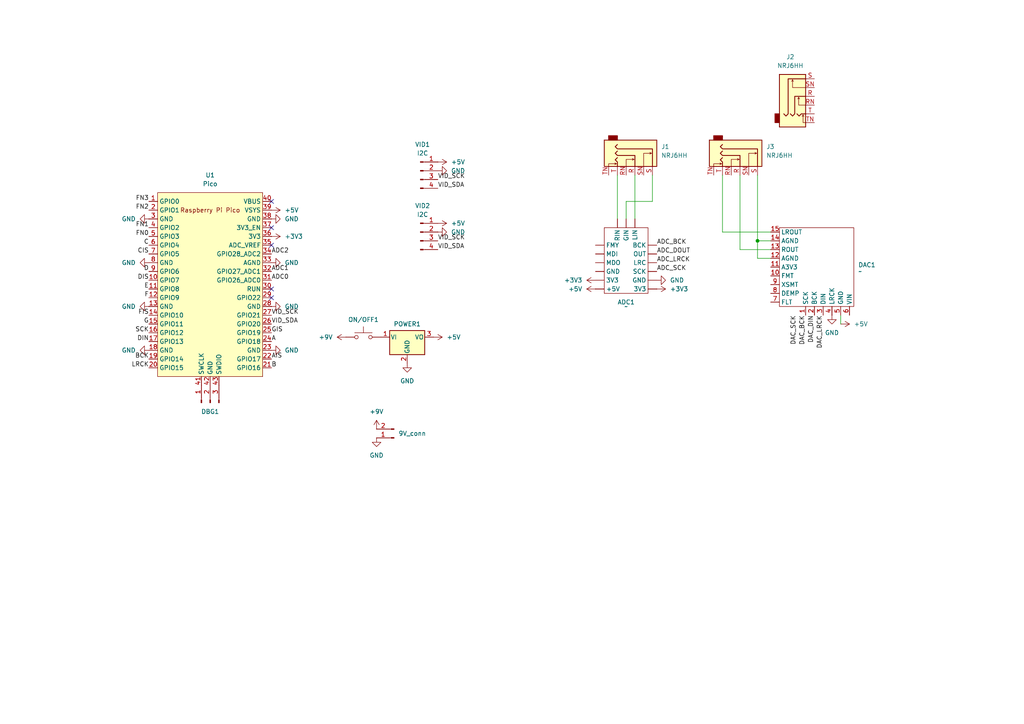
<source format=kicad_sch>
(kicad_sch (version 20231120) (generator "eeschema") (generator_version "8.0")
  (paper "A4")
  (lib_symbols
    (symbol "Connector:Conn_01x02_Pin" (pin_names (offset 1.016) hide)
      (property "Reference" "J" (at 0 2.54 0))
      (property "Value" "Conn_01x02_Pin" (at 0 -5.08 0))
      (symbol "Conn_01x02_Pin_1_1"
        (polyline (pts (xy 1.27 -2.54) (xy 0.8636 -2.54)) (stroke (width 0.1524)))
        (polyline (pts (xy 1.27 0) (xy 0.8636 0)) (stroke (width 0.1524)))
        (rectangle (start 0.8636 -2.413) (end 0 -2.667) (stroke (width 0.1524)) (fill (type outline)))
        (rectangle (start 0.8636 0.127) (end 0 -0.127) (stroke (width 0.1524)) (fill (type outline)))
        (pin passive line (at 5.08 0 180) (length 3.81) (name "Pin_1") (number "1"))
        (pin passive line (at 5.08 -2.54 180) (length 3.81) (name "Pin_2") (number "2"))
      )
    )
    (symbol "Connector:Conn_01x03_Pin" (pin_names (offset 1.016) hide)
      (property "Reference" "J" (at 0 5.08 0))
      (property "Value" "Conn_01x03_Pin" (at 0 -5.08 0))
      (symbol "Conn_01x03_Pin_1_1"
        (polyline (pts (xy 1.27 -2.54) (xy 0.8636 -2.54)) (stroke (width 0.1524)))
        (polyline (pts (xy 1.27 0) (xy 0.8636 0)) (stroke (width 0.1524)))
        (polyline (pts (xy 1.27 2.54) (xy 0.8636 2.54)) (stroke (width 0.1524)))
        (rectangle (start 0.8636 -2.413) (end 0 -2.667) (stroke (width 0.1524)) (fill (type outline)))
        (rectangle (start 0.8636 0.127) (end 0 -0.127) (stroke (width 0.1524)) (fill (type outline)))
        (rectangle (start 0.8636 2.667) (end 0 2.413) (stroke (width 0.1524)) (fill (type outline)))
        (pin passive line (at 5.08 2.54 180) (length 3.81) (name "Pin_1") (number "1"))
        (pin passive line (at 5.08 0 180) (length 3.81) (name "Pin_2") (number "2"))
        (pin passive line (at 5.08 -2.54 180) (length 3.81) (name "Pin_3") (number "3"))
      )
    )
    (symbol "Connector:Conn_01x04_Pin" (pin_names (offset 1.016) hide)
      (property "Reference" "J" (at 0 5.08 0))
      (property "Value" "Conn_01x04_Pin" (at 0 -7.62 0))
      (symbol "Conn_01x04_Pin_1_1"
        (polyline (pts (xy 1.27 -5.08) (xy 0.8636 -5.08)) (stroke (width 0.1524)))
        (polyline (pts (xy 1.27 -2.54) (xy 0.8636 -2.54)) (stroke (width 0.1524)))
        (polyline (pts (xy 1.27 0) (xy 0.8636 0)) (stroke (width 0.1524)))
        (polyline (pts (xy 1.27 2.54) (xy 0.8636 2.54)) (stroke (width 0.1524)))
        (rectangle (start 0.8636 -4.953) (end 0 -5.207) (stroke (width 0.1524)) (fill (type outline)))
        (rectangle (start 0.8636 -2.413) (end 0 -2.667) (stroke (width 0.1524)) (fill (type outline)))
        (rectangle (start 0.8636 0.127) (end 0 -0.127) (stroke (width 0.1524)) (fill (type outline)))
        (rectangle (start 0.8636 2.667) (end 0 2.413) (stroke (width 0.1524)) (fill (type outline)))
        (pin passive line (at 5.08 2.54 180) (length 3.81) (name "Pin_1") (number "1"))
        (pin passive line (at 5.08 0 180) (length 3.81) (name "Pin_2") (number "2"))
        (pin passive line (at 5.08 -2.54 180) (length 3.81) (name "Pin_3") (number "3"))
        (pin passive line (at 5.08 -5.08 180) (length 3.81) (name "Pin_4") (number "4"))
      )
    )
    (symbol "Connector_Audio:NRJ6HH"
      (property "Reference" "J" (at 0 11.43 0))
      (property "Value" "NRJ6HH" (at 0 8.89 0))
      (symbol "NRJ6HH_0_1"
        (rectangle (start -5.08 -5.08) (end -6.35 -7.62) (stroke (width 0.254)) (fill (type outline)))
        (polyline (pts (xy -1.27 4.826) (xy -1.016 4.318)))
        (polyline (pts (xy 0.508 -0.254) (xy 0.762 -0.762)))
        (polyline (pts (xy 1.778 -5.334) (xy 2.032 -5.842)))
        (polyline (pts (xy 0 -5.08) (xy 0.635 -5.715) (xy 1.27 -5.08) (xy 2.54 -5.08)) (stroke (width 0.254)))
        (polyline (pts (xy 2.54 -7.62) (xy 1.778 -7.62) (xy 1.778 -5.334) (xy 1.524 -5.842)))
        (polyline (pts (xy 2.54 -2.54) (xy 0.508 -2.54) (xy 0.508 -0.254) (xy 0.254 -0.762)))
        (polyline (pts (xy 2.54 2.54) (xy -1.27 2.54) (xy -1.27 4.826) (xy -1.524 4.318)))
        (polyline (pts (xy -1.905 -5.08) (xy -1.27 -5.715) (xy -0.635 -5.08) (xy -0.635 0) (xy 2.54 0)) (stroke (width 0.254)))
        (polyline (pts (xy 2.54 5.08) (xy -2.54 5.08) (xy -2.54 -5.08) (xy -3.175 -5.715) (xy -3.81 -5.08)) (stroke (width 0.254)))
        (rectangle (start 2.54 6.35) (end -5.08 -8.89) (stroke (width 0.254)) (fill (type background)))
      )
      (symbol "NRJ6HH_1_1"
        (pin passive line (at 5.08 0 180) (length 2.54) (name "~") (number "R"))
        (pin passive line (at 5.08 -2.54 180) (length 2.54) (name "~") (number "RN"))
        (pin passive line (at 5.08 5.08 180) (length 2.54) (name "~") (number "S"))
        (pin passive line (at 5.08 2.54 180) (length 2.54) (name "~") (number "SN"))
        (pin passive line (at 5.08 -5.08 180) (length 2.54) (name "~") (number "T"))
        (pin passive line (at 5.08 -7.62 180) (length 2.54) (name "~") (number "TN"))
      )
    )
    (symbol "Regulator_Linear:LM7805_TO220" (pin_names (offset 0.254))
      (property "Reference" "U" (at -3.81 3.175 0))
      (property "Value" "LM7805_TO220" (at 0 3.175 0))
      (symbol "LM7805_TO220_0_1"
        (rectangle (start -5.08 1.905) (end 5.08 -5.08) (stroke (width 0.254)) (fill (type background)))
      )
      (symbol "LM7805_TO220_1_1"
        (pin power_in line (at -7.62 0 0) (length 2.54) (name "VI") (number "1"))
        (pin power_in line (at 0 -7.62 90) (length 2.54) (name "GND") (number "2"))
        (pin power_out line (at 7.62 0 180) (length 2.54) (name "VO") (number "3"))
      )
    )
    (symbol "Switch:SW_Push" (pin_numbers hide) (pin_names (offset 1.016) hide)
      (property "Reference" "SW" (at 1.27 2.54 0))
      (property "Value" "SW_Push" (at 0 -1.524 0))
      (symbol "SW_Push_0_1"
        (circle (center -2.032 0) (radius 0.508))
        (polyline (pts (xy 0 1.27) (xy 0 3.048)))
        (polyline (pts (xy 2.54 1.27) (xy -2.54 1.27)))
        (circle (center 2.032 0) (radius 0.508))
        (pin passive line (at -5.08 0 0) (length 2.54) (name "1") (number "1"))
        (pin passive line (at 5.08 0 180) (length 2.54) (name "2") (number "2"))
      )
    )
    (symbol "pico:Pico"
      (property "Reference" "U" (at -13.97 27.94 0))
      (property "Value" "Pico" (at 0 19.05 0))
      (symbol "Pico_0_0"
        (text "Raspberry Pi Pico" (at 0 21.59 0) (effects (font (size 1.27 1.27))))
      )
      (symbol "Pico_0_1"
        (rectangle (start -15.24 26.67) (end 15.24 -26.67) (fill (type background)))
      )
      (symbol "Pico_1_1"
        (pin bidirectional line (at -17.78 24.13 0) (length 2.54) (name "GPIO0") (number "1"))
        (pin bidirectional line (at -17.78 1.27 0) (length 2.54) (name "GPIO7") (number "10"))
        (pin bidirectional line (at -17.78 -1.27 0) (length 2.54) (name "GPIO8") (number "11"))
        (pin bidirectional line (at -17.78 -3.81 0) (length 2.54) (name "GPIO9") (number "12"))
        (pin power_in line (at -17.78 -6.35 0) (length 2.54) (name "GND") (number "13"))
        (pin bidirectional line (at -17.78 -8.89 0) (length 2.54) (name "GPIO10") (number "14"))
        (pin bidirectional line (at -17.78 -11.43 0) (length 2.54) (name "GPIO11") (number "15"))
        (pin bidirectional line (at -17.78 -13.97 0) (length 2.54) (name "GPIO12") (number "16"))
        (pin bidirectional line (at -17.78 -16.51 0) (length 2.54) (name "GPIO13") (number "17"))
        (pin power_in line (at -17.78 -19.05 0) (length 2.54) (name "GND") (number "18"))
        (pin bidirectional line (at -17.78 -21.59 0) (length 2.54) (name "GPIO14") (number "19"))
        (pin bidirectional line (at -17.78 21.59 0) (length 2.54) (name "GPIO1") (number "2"))
        (pin bidirectional line (at -17.78 -24.13 0) (length 2.54) (name "GPIO15") (number "20"))
        (pin bidirectional line (at 17.78 -24.13 180) (length 2.54) (name "GPIO16") (number "21"))
        (pin bidirectional line (at 17.78 -21.59 180) (length 2.54) (name "GPIO17") (number "22"))
        (pin power_in line (at 17.78 -19.05 180) (length 2.54) (name "GND") (number "23"))
        (pin bidirectional line (at 17.78 -16.51 180) (length 2.54) (name "GPIO18") (number "24"))
        (pin bidirectional line (at 17.78 -13.97 180) (length 2.54) (name "GPIO19") (number "25"))
        (pin bidirectional line (at 17.78 -11.43 180) (length 2.54) (name "GPIO20") (number "26"))
        (pin bidirectional line (at 17.78 -8.89 180) (length 2.54) (name "GPIO21") (number "27"))
        (pin power_in line (at 17.78 -6.35 180) (length 2.54) (name "GND") (number "28"))
        (pin bidirectional line (at 17.78 -3.81 180) (length 2.54) (name "GPIO22") (number "29"))
        (pin power_in line (at -17.78 19.05 0) (length 2.54) (name "GND") (number "3"))
        (pin input line (at 17.78 -1.27 180) (length 2.54) (name "RUN") (number "30"))
        (pin bidirectional line (at 17.78 1.27 180) (length 2.54) (name "GPIO26_ADC0") (number "31"))
        (pin bidirectional line (at 17.78 3.81 180) (length 2.54) (name "GPIO27_ADC1") (number "32"))
        (pin power_in line (at 17.78 6.35 180) (length 2.54) (name "AGND") (number "33"))
        (pin bidirectional line (at 17.78 8.89 180) (length 2.54) (name "GPIO28_ADC2") (number "34"))
        (pin power_in line (at 17.78 11.43 180) (length 2.54) (name "ADC_VREF") (number "35"))
        (pin power_in line (at 17.78 13.97 180) (length 2.54) (name "3V3") (number "36"))
        (pin input line (at 17.78 16.51 180) (length 2.54) (name "3V3_EN") (number "37"))
        (pin bidirectional line (at 17.78 19.05 180) (length 2.54) (name "GND") (number "38"))
        (pin power_in line (at 17.78 21.59 180) (length 2.54) (name "VSYS") (number "39"))
        (pin bidirectional line (at -17.78 16.51 0) (length 2.54) (name "GPIO2") (number "4"))
        (pin power_in line (at 17.78 24.13 180) (length 2.54) (name "VBUS") (number "40"))
        (pin input line (at -2.54 -29.21 90) (length 2.54) (name "SWCLK") (number "41"))
        (pin power_in line (at 0 -29.21 90) (length 2.54) (name "GND") (number "42"))
        (pin bidirectional line (at 2.54 -29.21 90) (length 2.54) (name "SWDIO") (number "43"))
        (pin bidirectional line (at -17.78 13.97 0) (length 2.54) (name "GPIO3") (number "5"))
        (pin bidirectional line (at -17.78 11.43 0) (length 2.54) (name "GPIO4") (number "6"))
        (pin bidirectional line (at -17.78 8.89 0) (length 2.54) (name "GPIO5") (number "7"))
        (pin power_in line (at -17.78 6.35 0) (length 2.54) (name "GND") (number "8"))
        (pin bidirectional line (at -17.78 3.81 0) (length 2.54) (name "GPIO6") (number "9"))
      )
    )
    (symbol "power:+3V3" (power) (pin_numbers hide) (pin_names (offset 0) hide)
      (property "Value" "+3V3" (at 0 3.556 0))
      (symbol "+3V3_0_1"
        (polyline (pts (xy -0.762 1.27) (xy 0 2.54)))
        (polyline (pts (xy 0 0) (xy 0 2.54)))
        (polyline (pts (xy 0 2.54) (xy 0.762 1.27)))
      )
      (symbol "+3V3_1_1"
        (pin power_in line (at 0 0 90) (length 0) (name "~") (number "1"))
      )
    )
    (symbol "power:+5V" (power) (pin_numbers hide) (pin_names (offset 0) hide)
      (property "Value" "+5V" (at 0 3.556 0))
      (symbol "+5V_0_1"
        (polyline (pts (xy -0.762 1.27) (xy 0 2.54)))
        (polyline (pts (xy 0 0) (xy 0 2.54)))
        (polyline (pts (xy 0 2.54) (xy 0.762 1.27)))
      )
      (symbol "+5V_1_1"
        (pin power_in line (at 0 0 90) (length 0) (name "~") (number "1"))
      )
    )
    (symbol "power:+9V" (power) (pin_numbers hide) (pin_names (offset 0) hide)
      (property "Value" "+9V" (at 0 3.556 0))
      (symbol "+9V_0_1"
        (polyline (pts (xy -0.762 1.27) (xy 0 2.54)))
        (polyline (pts (xy 0 0) (xy 0 2.54)))
        (polyline (pts (xy 0 2.54) (xy 0.762 1.27)))
      )
      (symbol "+9V_1_1"
        (pin power_in line (at 0 0 90) (length 0) (name "~") (number "1"))
      )
    )
    (symbol "power:GND" (power) (pin_numbers hide) (pin_names (offset 0) hide)
      (property "Value" "GND" (at 0 -3.81 0))
      (symbol "GND_0_1"
        (polyline (pts (xy 0 0) (xy 0 -1.27) (xy 1.27 -1.27) (xy 0 -2.54) (xy -1.27 -1.27) (xy 0 -1.27)))
      )
      (symbol "GND_1_1"
        (pin power_in line (at 0 0 270) (length 0) (name "~") (number "1"))
      )
    )
    (symbol "rytmos:PCM1808_breakout"
      (property "Reference" "ADC" (at 0 7.366 0))
      (symbol "PCM1808_breakout_0_1"
        (rectangle (start 6.35 -20.32) (end -6.35 -1.27))
      )
      (symbol "PCM1808_breakout_1_1"
        (pin power_in line (at -8.89 -19.05 0) (length 2.54) (name "+5V") (number ""))
        (pin power_in line (at -8.89 -16.51 0) (length 2.54) (name "3V3") (number ""))
        (pin power_in line (at 8.89 -19.05 180) (length 2.54) (name "3V3") (number ""))
        (pin output line (at 8.89 -6.35 180) (length 2.54) (name "BCK") (number ""))
        (pin input line (at -8.89 -6.35 0) (length 2.54) (name "FMY") (number ""))
        (pin input line (at 0 1.27 270) (length 2.54) (name "GIN") (number ""))
        (pin power_in line (at -8.89 -13.97 0) (length 2.54) (name "GND") (number ""))
        (pin power_in line (at 8.89 -16.51 180) (length 2.54) (name "GND") (number ""))
        (pin input line (at 2.54 1.27 270) (length 2.54) (name "LIN") (number ""))
        (pin output line (at 8.89 -11.43 180) (length 2.54) (name "LRC") (number ""))
        (pin input line (at -8.89 -8.89 0) (length 2.54) (name "MDI") (number ""))
        (pin output line (at -8.89 -11.43 0) (length 2.54) (name "MDO") (number ""))
        (pin output line (at 8.89 -8.89 180) (length 2.54) (name "OUT") (number ""))
        (pin input line (at -2.54 1.27 270) (length 2.54) (name "RIN") (number ""))
        (pin output line (at 8.89 -13.97 180) (length 2.54) (name "SCK") (number ""))
      )
    )
    (symbol "rytmos:PCM5102_breakout"
      (property "Reference" "DAC" (at 0 0 0))
      (symbol "PCM5102_breakout_0_1"
        (rectangle (start -10.16 -1.27) (end 11.43 -24.13))
      )
      (symbol "PCM5102_breakout_1_1"
        (pin input line (at -2.54 -26.67 90) (length 2.54) (name "SCK") (number "1"))
        (pin input line (at -12.7 -15.24 0) (length 2.54) (name "FMT") (number "10"))
        (pin power_in line (at -12.7 -12.7 0) (length 2.54) (name "A3V3") (number "11"))
        (pin power_in line (at -12.7 -10.16 0) (length 2.54) (name "AGND") (number "12"))
        (pin output line (at -12.7 -7.62 0) (length 2.54) (name "ROUT") (number "13"))
        (pin power_in line (at -12.7 -5.08 0) (length 2.54) (name "AGND") (number "14"))
        (pin output line (at -12.7 -2.54 0) (length 2.54) (name "LROUT") (number "15"))
        (pin input line (at 0 -26.67 90) (length 2.54) (name "BCK") (number "2"))
        (pin input line (at 2.54 -26.67 90) (length 2.54) (name "DIN") (number "3"))
        (pin input line (at 5.08 -26.67 90) (length 2.54) (name "LRCK") (number "4"))
        (pin power_in line (at 7.62 -26.67 90) (length 2.54) (name "GND") (number "5"))
        (pin power_in line (at 10.16 -26.67 90) (length 2.54) (name "VIN") (number "6"))
        (pin input line (at -12.7 -22.86 0) (length 2.54) (name "FLT") (number "7"))
        (pin input line (at -12.7 -20.32 0) (length 2.54) (name "DEMP") (number "8"))
        (pin input line (at -12.7 -17.78 0) (length 2.54) (name "XSMT") (number "9"))
      )
    )
  )
  (junction (at 219.71 69.85))
  (no_connect (at 78.74 86.36))
  (no_connect (at 78.74 83.82))
  (no_connect (at 78.74 71.12))
  (no_connect (at 78.74 66.04))
  (no_connect (at 78.74 58.42))
  (wire (pts (xy 184.15 50.8) (xy 184.15 63.5)))
  (wire (pts (xy 209.55 67.31) (xy 209.55 50.8)))
  (wire (pts (xy 214.63 72.39) (xy 214.63 50.8)))
  (wire (pts (xy 223.52 72.39) (xy 214.63 72.39)))
  (wire (pts (xy 181.61 58.42) (xy 181.61 63.5)))
  (wire (pts (xy 219.71 74.93) (xy 219.71 69.85)))
  (wire (pts (xy 223.52 69.85) (xy 219.71 69.85)))
  (wire (pts (xy 219.71 69.85) (xy 219.71 50.8)))
  (wire (pts (xy 189.23 58.42) (xy 181.61 58.42)))
  (wire (pts (xy 189.23 50.8) (xy 189.23 58.42)))
  (wire (pts (xy 179.07 50.8) (xy 179.07 63.5)))
  (wire (pts (xy 243.84 91.44) (xy 243.84 93.98)))
  (wire (pts (xy 223.52 74.93) (xy 219.71 74.93)))
  (wire (pts (xy 223.52 67.31) (xy 209.55 67.31)))
  (label "LRCK" (at 43.18 106.68 180))
  (label "E" (at 43.18 83.82 180))
  (label "DAC_SCK" (at 231.14 91.44 270))
  (label "B" (at 78.74 106.68 0))
  (label "GIS" (at 78.74 96.52 0))
  (label "ADC1" (at 78.74 78.74 0))
  (label "VID_SCK" (at 127 69.85 0))
  (label "DIS" (at 43.18 81.28 180))
  (label "DAC_BCK" (at 233.68 91.44 270))
  (label "FN1" (at 43.18 66.04 180))
  (label "DIN" (at 43.18 99.06 180))
  (label "BCK" (at 43.18 104.14 180))
  (label "G" (at 43.18 93.98 180))
  (label "VID_SDA" (at 78.74 93.98 0))
  (label "DAC_LRCK" (at 238.76 91.44 270))
  (label "DAC_DIN" (at 236.22 91.44 270))
  (label "ADC_LRCK" (at 190.5 76.2 0))
  (label "VID_SCK" (at 78.74 91.44 0))
  (label "FN3" (at 43.18 58.42 180))
  (label "C" (at 43.18 71.12 180))
  (label "ADC_SCK" (at 190.5 78.74 0))
  (label "ADC0" (at 78.74 81.28 0))
  (label "AIS" (at 78.74 104.14 0))
  (label "SCK" (at 43.18 96.52 180))
  (label "ADC2" (at 78.74 73.66 0))
  (label "VID_SDA" (at 127 54.61 0))
  (label "FIS" (at 43.18 91.44 180))
  (label "FN0" (at 43.18 68.58 180))
  (label "VID_SDA" (at 127 72.39 0))
  (label "ADC_BCK" (at 190.5 71.12 0))
  (label "FN2" (at 43.18 60.96 180))
  (label "VID_SCK" (at 127 52.07 0))
  (label "F" (at 43.18 86.36 180))
  (label "A" (at 78.74 99.06 0))
  (label "D" (at 43.18 78.74 180))
  (label "CIS" (at 43.18 73.66 180))
  (label "ADC_DOUT" (at 190.5 73.66 0))
  (symbol (lib_id "power:GND") (at 78.74 76.2 90) (unit 1)
    (property "Reference" "#PWR08" (effects (hide yes)))
    (property "Value" "GND" (at 82.55 76.1999 90) (effects (justify right)))
    (property "Description" "Power symbol creates a global label with name \"GND\" , ground" (effects (hide yes)))
  )
  (symbol (lib_id "power:+3V3") (at 172.72 81.28 90) (unit 1)
    (property "Reference" "#PWR021" (effects (hide yes)))
    (property "Value" "+3V3" (at 168.91 81.2799 90) (effects (justify left)))
    (property "Description" "Power symbol creates a global label with name \"+3V3\"" (effects (hide yes)))
  )
  (symbol (lib_id "Connector:Conn_01x02_Pin") (at 114.3 127 180) (unit 1)
    (property "Reference" "9V_conn" (at 115.57 125.7299 0) (effects (justify right)))
    (property "Value" "Conn_01x02_Pin" (effects (hide yes)))
    (property "Footprint" "Connector_PinSocket_2.54mm:PinSocket_1x02_P2.54mm_Vertical" (effects (hide yes)))
    (property "Description" "Generic connector, single row, 01x02, script generated" (effects (hide yes)))
  )
  (symbol (lib_id "power:+9V") (at 100.33 97.79 90) (unit 1)
    (property "Reference" "#PWR011" (effects (hide yes)))
    (property "Value" "+9V" (at 96.52 97.7899 90) (effects (justify left)))
    (property "Description" "Power symbol creates a global label with name \"+9V\"" (effects (hide yes)))
  )
  (symbol (lib_id "Connector:Conn_01x03_Pin") (at 60.96 116.84 90) (unit 1)
    (property "Reference" "DBG1" (at 60.96 119.38 90))
    (property "Value" "Conn_01x03_Pin" (effects (hide yes)))
    (property "Footprint" "Connector_PinSocket_2.54mm:PinSocket_1x03_P2.54mm_Vertical" (effects (hide yes)))
    (property "Description" "Generic connector, single row, 01x03, script generated" (effects (hide yes)))
  )
  (symbol (lib_id "power:GND") (at 43.18 101.6 270) (unit 1)
    (property "Reference" "#PWR04" (effects (hide yes)))
    (property "Value" "GND" (at 39.37 101.5999 90) (effects (justify right)))
    (property "Description" "Power symbol creates a global label with name \"GND\" , ground" (effects (hide yes)))
  )
  (symbol (lib_id "Connector:Conn_01x04_Pin") (at 121.92 49.53 0) (unit 1)
    (property "Reference" "VID1" (at 122.555 41.91 0))
    (property "Value" "I2C" (at 122.555 44.45 0))
    (property "Footprint" "Connector_PinHeader_2.54mm:PinHeader_1x04_P2.54mm_Vertical" (effects (hide yes)))
    (property "Description" "Generic connector, single row, 01x04, script generated" (effects (hide yes)))
  )
  (symbol (lib_id "Connector_Audio:NRJ6HH") (at 214.63 45.72 270) (unit 1)
    (property "Reference" "J3" (at 222.25 42.5449 90) (effects (justify left)))
    (property "Value" "NRJ6HH" (at 222.25 45.0849 90) (effects (justify left)))
    (property "Footprint" "Connector_Audio:Jack_6.35mm_Neutrik_NRJ6HH_Horizontal" (effects (hide yes)))
    (property "Datasheet" "https://www.neutrik.com/en/product/nrj6hh" (effects (hide yes)))
    (property "Description" "Slim Jacks, 6.35mm (1/4in) stereo jack, switched, half threaded nose" (effects (hide yes)))
  )
  (symbol (lib_id "power:+5V") (at 125.73 97.79 270) (unit 1)
    (property "Reference" "#PWR015" (effects (hide yes)))
    (property "Value" "+5V" (at 129.54 97.7899 90) (effects (justify left)))
    (property "Description" "Power symbol creates a global label with name \"+5V\"" (effects (hide yes)))
  )
  (symbol (lib_id "power:+5V") (at 78.74 60.96 270) (unit 1)
    (property "Reference" "#PWR05" (effects (hide yes)))
    (property "Value" "+5V" (at 82.55 60.9599 90) (effects (justify left)))
    (property "Description" "Power symbol creates a global label with name \"+5V\"" (effects (hide yes)))
  )
  (symbol (lib_id "Regulator_Linear:LM7805_TO220") (at 118.11 97.79 0) (unit 1)
    (property "Reference" "POWER1" (at 118.11 93.98 0))
    (property "Value" "LM7805_TO220" (effects (hide yes)))
    (property "Footprint" "Package_TO_SOT_THT:TO-220-3_Horizontal_TabDown" (effects (hide yes)))
    (property "Datasheet" "https://www.onsemi.cn/PowerSolutions/document/MC7800-D.PDF" (effects (hide yes)))
    (property "Description" "Positive 1A 35V Linear Regulator, Fixed Output 5V, TO-220" (effects (hide yes)))
  )
  (symbol (lib_id "power:GND") (at 190.5 81.28 90) (unit 1)
    (property "Reference" "#PWR023" (effects (hide yes)))
    (property "Value" "GND" (at 194.31 81.2799 90) (effects (justify right)))
    (property "Description" "Power symbol creates a global label with name \"GND\" , ground" (effects (hide yes)))
  )
  (symbol (lib_id "power:GND") (at 43.18 76.2 270) (unit 1)
    (property "Reference" "#PWR02" (effects (hide yes)))
    (property "Value" "GND" (at 39.37 76.1999 90) (effects (justify right)))
    (property "Description" "Power symbol creates a global label with name \"GND\" , ground" (effects (hide yes)))
  )
  (symbol (lib_id "power:+5V") (at 172.72 83.82 90) (unit 1)
    (property "Reference" "#PWR020" (effects (hide yes)))
    (property "Value" "+5V" (at 168.91 83.8199 90) (effects (justify left)))
    (property "Description" "Power symbol creates a global label with name \"+5V\"" (effects (hide yes)))
  )
  (symbol (lib_id "power:GND") (at 109.22 127 0) (unit 1)
    (property "Reference" "#PWR013" (effects (hide yes)))
    (property "Value" "GND" (at 109.22 132.08 0))
    (property "Description" "Power symbol creates a global label with name \"GND\" , ground" (effects (hide yes)))
  )
  (symbol (lib_id "Connector_Audio:NRJ6HH") (at 184.15 45.72 270) (unit 1)
    (property "Reference" "J1" (at 191.77 42.5449 90) (effects (justify left)))
    (property "Value" "NRJ6HH" (at 191.77 45.0849 90) (effects (justify left)))
    (property "Footprint" "Connector_Audio:Jack_6.35mm_Neutrik_NRJ6HH_Horizontal" (effects (hide yes)))
    (property "Datasheet" "https://www.neutrik.com/en/product/nrj6hh" (effects (hide yes)))
    (property "Description" "Slim Jacks, 6.35mm (1/4in) stereo jack, switched, half threaded nose" (effects (hide yes)))
  )
  (symbol (lib_id "power:GND") (at 43.18 88.9 270) (unit 1)
    (property "Reference" "#PWR03" (effects (hide yes)))
    (property "Value" "GND" (at 39.37 88.8999 90) (effects (justify right)))
    (property "Description" "Power symbol creates a global label with name \"GND\" , ground" (effects (hide yes)))
  )
  (symbol (lib_id "power:GND") (at 78.74 63.5 90) (unit 1)
    (property "Reference" "#PWR06" (effects (hide yes)))
    (property "Value" "GND" (at 82.55 63.4999 90) (effects (justify right)))
    (property "Description" "Power symbol creates a global label with name \"GND\" , ground" (effects (hide yes)))
  )
  (symbol (lib_id "Switch:SW_Push") (at 105.41 97.79 0) (unit 1)
    (property "Reference" "ON/OFF1" (at 105.41 92.71 0))
    (property "Value" "SW_Push" (effects (hide yes)))
    (property "Footprint" "Connector_PinHeader_2.54mm:PinHeader_1x03_P2.54mm_Vertical" (effects (hide yes)))
    (property "Description" "Push button switch, generic, two pins" (effects (hide yes)))
  )
  (symbol (lib_id "power:+5V") (at 243.84 93.98 270) (unit 1)
    (property "Reference" "#PWR018" (effects (hide yes)))
    (property "Value" "+5V" (at 247.65 93.9799 90) (effects (justify left)))
    (property "Description" "Power symbol creates a global label with name \"+5V\"" (effects (hide yes)))
  )
  (symbol (lib_id "rytmos:PCM1808_breakout") (at 181.61 64.77 0) (unit 1)
    (property "Reference" "ADC1" (at 181.61 87.63 0))
    (property "Value" "~" (at 181.61 88.9 0))
  )
  (symbol (lib_id "power:+3V3") (at 190.5 83.82 270) (unit 1)
    (property "Reference" "#PWR022" (effects (hide yes)))
    (property "Value" "+3V3" (at 194.31 83.8199 90) (effects (justify left)))
    (property "Description" "Power symbol creates a global label with name \"+3V3\"" (effects (hide yes)))
  )
  (symbol (lib_id "Connector:Conn_01x04_Pin") (at 121.92 67.31 0) (unit 1)
    (property "Reference" "VID2" (at 122.555 59.69 0))
    (property "Value" "I2C" (at 122.555 62.23 0))
    (property "Footprint" "Connector_PinHeader_2.54mm:PinHeader_1x04_P2.54mm_Vertical" (effects (hide yes)))
    (property "Description" "Generic connector, single row, 01x04, script generated" (effects (hide yes)))
  )
  (symbol (lib_id "power:GND") (at 78.74 88.9 90) (unit 1)
    (property "Reference" "#PWR09" (effects (hide yes)))
    (property "Value" "GND" (at 82.55 88.8999 90) (effects (justify right)))
    (property "Description" "Power symbol creates a global label with name \"GND\" , ground" (effects (hide yes)))
  )
  (symbol (lib_id "power:+5V") (at 127 46.99 270) (unit 1)
    (property "Reference" "#PWR016" (effects (hide yes)))
    (property "Value" "+5V" (at 130.81 46.9899 90) (effects (justify left)))
    (property "Description" "Power symbol creates a global label with name \"+5V\"" (effects (hide yes)))
  )
  (symbol (lib_id "power:+5V") (at 127 64.77 270) (unit 1)
    (property "Reference" "#PWR024" (effects (hide yes)))
    (property "Value" "+5V" (at 130.81 64.7699 90) (effects (justify left)))
    (property "Description" "Power symbol creates a global label with name \"+5V\"" (effects (hide yes)))
  )
  (symbol (lib_id "pico:Pico") (at 60.96 82.55 0) (unit 1)
    (property "Reference" "U1" (at 60.96 50.8 0))
    (property "Value" "Pico" (at 60.96 53.34 0))
    (property "Footprint" "MCU_RaspberryPi_and_Boards:RPi_Pico_SMD_TH" (effects (hide yes)))
  )
  (symbol (lib_id "power:GND") (at 127 49.53 90) (unit 1)
    (property "Reference" "#PWR017" (effects (hide yes)))
    (property "Value" "GND" (at 130.81 49.5299 90) (effects (justify right)))
    (property "Description" "Power symbol creates a global label with name \"GND\" , ground" (effects (hide yes)))
  )
  (symbol (lib_id "Connector_Audio:NRJ6HH") (at 231.14 27.94 0) (unit 1)
    (property "Reference" "J2" (at 229.235 16.51 0))
    (property "Value" "NRJ6HH" (at 229.235 19.05 0))
    (property "Footprint" "Connector_Audio:Jack_6.35mm_Neutrik_NRJ6HH_Horizontal" (effects (hide yes)))
    (property "Datasheet" "https://www.neutrik.com/en/product/nrj6hh" (effects (hide yes)))
    (property "Description" "Slim Jacks, 6.35mm (1/4in) stereo jack, switched, half threaded nose" (effects (hide yes)))
  )
  (symbol (lib_id "power:GND") (at 43.18 63.5 270) (unit 1)
    (property "Reference" "#PWR01" (effects (hide yes)))
    (property "Value" "GND" (at 39.37 63.4999 90) (effects (justify right)))
    (property "Description" "Power symbol creates a global label with name \"GND\" , ground" (effects (hide yes)))
  )
  (symbol (lib_id "power:GND") (at 127 67.31 90) (unit 1)
    (property "Reference" "#PWR025" (effects (hide yes)))
    (property "Value" "GND" (at 130.81 67.3099 90) (effects (justify right)))
    (property "Description" "Power symbol creates a global label with name \"GND\" , ground" (effects (hide yes)))
  )
  (symbol (lib_id "power:+9V") (at 109.22 124.46 0) (unit 1)
    (property "Reference" "#PWR012" (effects (hide yes)))
    (property "Value" "+9V" (at 109.22 119.38 0))
    (property "Description" "Power symbol creates a global label with name \"+9V\"" (effects (hide yes)))
  )
  (symbol (lib_id "power:GND") (at 241.3 91.44 0) (unit 1)
    (property "Reference" "#PWR019" (effects (hide yes)))
    (property "Value" "GND" (at 241.3 96.52 0))
    (property "Description" "Power symbol creates a global label with name \"GND\" , ground" (effects (hide yes)))
  )
  (symbol (lib_id "power:+3V3") (at 78.74 68.58 270) (unit 1)
    (property "Reference" "#PWR07" (effects (hide yes)))
    (property "Value" "+3V3" (at 82.55 68.5799 90) (effects (justify left)))
    (property "Description" "Power symbol creates a global label with name \"+3V3\"" (effects (hide yes)))
  )
  (symbol (lib_id "rytmos:PCM5102_breakout") (at 236.22 64.77 0) (unit 1)
    (property "Reference" "DAC1" (at 248.92 76.8349 0) (effects (justify left)))
    (property "Value" "~" (at 248.92 78.74 0) (effects (justify left)))
  )
  (symbol (lib_id "power:GND") (at 78.74 101.6 90) (unit 1)
    (property "Reference" "#PWR010" (effects (hide yes)))
    (property "Value" "GND" (at 82.55 101.5999 90) (effects (justify right)))
    (property "Description" "Power symbol creates a global label with name \"GND\" , ground" (effects (hide yes)))
  )
  (symbol (lib_id "power:GND") (at 118.11 105.41 0) (unit 1)
    (property "Reference" "#PWR014" (effects (hide yes)))
    (property "Value" "GND" (at 118.11 110.49 0))
    (property "Description" "Power symbol creates a global label with name \"GND\" , ground" (effects (hide yes)))
  )
)
</source>
